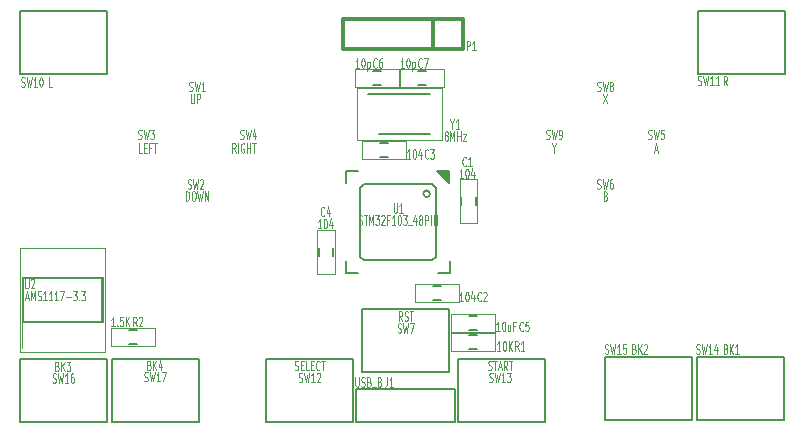
<source format=gto>
G04 (created by PCBNEW (22-Jun-2014 BZR 4027)-stable) date Wed 20 Dec 2017 04:57:12 PM CST*
%MOIN*%
G04 Gerber Fmt 3.4, Leading zero omitted, Abs format*
%FSLAX34Y34*%
G01*
G70*
G90*
G04 APERTURE LIST*
%ADD10C,0.00393701*%
%ADD11C,0.00472441*%
%ADD12C,0.0019685*%
%ADD13C,0.00590551*%
%ADD14C,0.012*%
%ADD15C,0.0059*%
%ADD16C,0.005*%
%ADD17C,0.00492126*%
G04 APERTURE END LIST*
G54D10*
G54D11*
X89462Y-71928D02*
X88966Y-71928D01*
X86777Y-71928D02*
X87273Y-71928D01*
G54D12*
X86702Y-70947D02*
X86702Y-74412D01*
X89537Y-70947D02*
X86702Y-70947D01*
X89537Y-74412D02*
X89537Y-70947D01*
X86702Y-74412D02*
X89537Y-74412D01*
G54D13*
X86801Y-73408D02*
X89438Y-73408D01*
G54D11*
X89462Y-73408D02*
X89462Y-71928D01*
G54D13*
X86801Y-73408D02*
X86801Y-71951D01*
G54D11*
X86777Y-74294D02*
X86777Y-71928D01*
G54D13*
X89438Y-73408D02*
X89438Y-71951D01*
X86801Y-71951D02*
X89438Y-71951D01*
G54D12*
X102528Y-74395D02*
X101071Y-74395D01*
X102528Y-73804D02*
X101071Y-73804D01*
X102528Y-74395D02*
X102528Y-73804D01*
X101071Y-74395D02*
X101071Y-73804D01*
G54D13*
X101937Y-74336D02*
X101662Y-74336D01*
X101662Y-73863D02*
X101937Y-73863D01*
G54D12*
X100767Y-67366D02*
X100767Y-65633D01*
X97932Y-67366D02*
X100767Y-67366D01*
X97932Y-65633D02*
X97932Y-67366D01*
X100767Y-65633D02*
X97932Y-65633D01*
G54D13*
X100373Y-67169D02*
X98680Y-67169D01*
X98306Y-65830D02*
X100373Y-65830D01*
G54D12*
X100828Y-65595D02*
X99371Y-65595D01*
X100828Y-65004D02*
X99371Y-65004D01*
X100828Y-65595D02*
X100828Y-65004D01*
X99371Y-65595D02*
X99371Y-65004D01*
G54D13*
X100237Y-65536D02*
X99962Y-65536D01*
X99962Y-65063D02*
X100237Y-65063D01*
G54D12*
X97871Y-65004D02*
X99328Y-65004D01*
X97871Y-65595D02*
X99328Y-65595D01*
X97871Y-65004D02*
X97871Y-65595D01*
X99328Y-65004D02*
X99328Y-65595D01*
G54D13*
X98462Y-65063D02*
X98737Y-65063D01*
X98737Y-65536D02*
X98462Y-65536D01*
G54D12*
X101071Y-73154D02*
X102528Y-73154D01*
X101071Y-73745D02*
X102528Y-73745D01*
X101071Y-73154D02*
X101071Y-73745D01*
X102528Y-73154D02*
X102528Y-73745D01*
G54D13*
X101662Y-73213D02*
X101937Y-73213D01*
X101937Y-73686D02*
X101662Y-73686D01*
G54D12*
X97195Y-70371D02*
X97195Y-71828D01*
X96604Y-70371D02*
X96604Y-71828D01*
X97195Y-70371D02*
X96604Y-70371D01*
X97195Y-71828D02*
X96604Y-71828D01*
G54D13*
X97136Y-70962D02*
X97136Y-71237D01*
X96663Y-71237D02*
X96663Y-70962D01*
G54D12*
X99568Y-67995D02*
X98111Y-67995D01*
X99568Y-67404D02*
X98111Y-67404D01*
X99568Y-67995D02*
X99568Y-67404D01*
X98111Y-67995D02*
X98111Y-67404D01*
G54D13*
X98977Y-67936D02*
X98702Y-67936D01*
X98702Y-67463D02*
X98977Y-67463D01*
G54D12*
X99871Y-72164D02*
X101328Y-72164D01*
X99871Y-72755D02*
X101328Y-72755D01*
X99871Y-72164D02*
X99871Y-72755D01*
X101328Y-72164D02*
X101328Y-72755D01*
G54D13*
X100462Y-72223D02*
X100737Y-72223D01*
X100737Y-72696D02*
X100462Y-72696D01*
G54D12*
X101945Y-68671D02*
X101945Y-70128D01*
X101354Y-68671D02*
X101354Y-70128D01*
X101945Y-68671D02*
X101354Y-68671D01*
X101945Y-70128D02*
X101354Y-70128D01*
G54D13*
X101886Y-69262D02*
X101886Y-69537D01*
X101413Y-69537D02*
X101413Y-69262D01*
X98100Y-73000D02*
X101000Y-73000D01*
X101000Y-73000D02*
X101000Y-75100D01*
X101000Y-75100D02*
X98100Y-75100D01*
X98100Y-75100D02*
X98100Y-73000D01*
X86700Y-63050D02*
X89600Y-63050D01*
X89600Y-63050D02*
X89600Y-65150D01*
X89600Y-65150D02*
X86700Y-65150D01*
X86700Y-65150D02*
X86700Y-63050D01*
X109300Y-63050D02*
X112200Y-63050D01*
X112200Y-63050D02*
X112200Y-65150D01*
X112200Y-65150D02*
X109300Y-65150D01*
X109300Y-65150D02*
X109300Y-63050D01*
X94900Y-74650D02*
X97800Y-74650D01*
X97800Y-74650D02*
X97800Y-76750D01*
X97800Y-76750D02*
X94900Y-76750D01*
X94900Y-76750D02*
X94900Y-74650D01*
X101300Y-74650D02*
X104200Y-74650D01*
X104200Y-74650D02*
X104200Y-76750D01*
X104200Y-76750D02*
X101300Y-76750D01*
X101300Y-76750D02*
X101300Y-74650D01*
X109250Y-74600D02*
X112150Y-74600D01*
X112150Y-74600D02*
X112150Y-76700D01*
X112150Y-76700D02*
X109250Y-76700D01*
X109250Y-76700D02*
X109250Y-74600D01*
X106200Y-74600D02*
X109100Y-74600D01*
X109100Y-74600D02*
X109100Y-76700D01*
X109100Y-76700D02*
X106200Y-76700D01*
X106200Y-76700D02*
X106200Y-74600D01*
X86700Y-74650D02*
X89600Y-74650D01*
X89600Y-74650D02*
X89600Y-76750D01*
X89600Y-76750D02*
X86700Y-76750D01*
X86700Y-76750D02*
X86700Y-74650D01*
X89750Y-74650D02*
X92650Y-74650D01*
X92650Y-74650D02*
X92650Y-76750D01*
X92650Y-76750D02*
X89750Y-76750D01*
X89750Y-76750D02*
X89750Y-74650D01*
X97900Y-75650D02*
X101200Y-75650D01*
X101200Y-75650D02*
X101200Y-76750D01*
X101200Y-76750D02*
X97900Y-76750D01*
X97900Y-76750D02*
X97900Y-75650D01*
G54D14*
X101480Y-64340D02*
X101480Y-64340D01*
X101480Y-63340D02*
X101480Y-64340D01*
X101480Y-64340D02*
X101480Y-64340D01*
X101480Y-64340D02*
X97480Y-64340D01*
X97480Y-64340D02*
X97480Y-63340D01*
X97480Y-63340D02*
X101480Y-63340D01*
X100480Y-63340D02*
X100480Y-64340D01*
G54D13*
X100402Y-68840D02*
X100441Y-68840D01*
X100441Y-68840D02*
X100559Y-68958D01*
X100559Y-68958D02*
X100559Y-71241D01*
X100559Y-71241D02*
X100441Y-71359D01*
X100441Y-71359D02*
X98158Y-71359D01*
X98158Y-71359D02*
X98040Y-71241D01*
X98040Y-71241D02*
X98040Y-68958D01*
X98040Y-68958D02*
X98158Y-68840D01*
X98158Y-68840D02*
X100402Y-68840D01*
G54D15*
X100992Y-68486D02*
X100913Y-68407D01*
X100835Y-68407D02*
X100992Y-68564D01*
X100992Y-68643D02*
X100756Y-68407D01*
X100677Y-68407D02*
X100992Y-68722D01*
X100598Y-68407D02*
X100992Y-68407D01*
X100992Y-68407D02*
X100992Y-68801D01*
X100992Y-68801D02*
X100598Y-68407D01*
X97567Y-68801D02*
X97567Y-68407D01*
X97567Y-68407D02*
X97961Y-68407D01*
X97961Y-71792D02*
X97567Y-71792D01*
X97567Y-71792D02*
X97567Y-71398D01*
X101032Y-71398D02*
X101032Y-71792D01*
X101032Y-71792D02*
X100638Y-71792D01*
G54D16*
X100361Y-69150D02*
G75*
G03X100361Y-69150I-111J0D01*
G74*
G01*
G54D12*
X89731Y-73624D02*
X91188Y-73624D01*
X89731Y-74215D02*
X91188Y-74215D01*
X89731Y-73624D02*
X89731Y-74215D01*
X91188Y-73624D02*
X91188Y-74215D01*
G54D13*
X90322Y-73683D02*
X90597Y-73683D01*
X90597Y-74156D02*
X90322Y-74156D01*
G54D17*
X86870Y-71992D02*
X86870Y-72247D01*
X86879Y-72277D01*
X86888Y-72292D01*
X86907Y-72307D01*
X86945Y-72307D01*
X86963Y-72292D01*
X86973Y-72277D01*
X86982Y-72247D01*
X86982Y-71992D01*
X87066Y-72022D02*
X87076Y-72007D01*
X87094Y-71992D01*
X87141Y-71992D01*
X87160Y-72007D01*
X87169Y-72022D01*
X87179Y-72052D01*
X87179Y-72082D01*
X87169Y-72127D01*
X87057Y-72307D01*
X87179Y-72307D01*
X86895Y-72617D02*
X86989Y-72617D01*
X86877Y-72707D02*
X86942Y-72392D01*
X87008Y-72707D01*
X87073Y-72707D02*
X87073Y-72392D01*
X87139Y-72617D01*
X87205Y-72392D01*
X87205Y-72707D01*
X87289Y-72692D02*
X87317Y-72707D01*
X87364Y-72707D01*
X87383Y-72692D01*
X87392Y-72677D01*
X87401Y-72647D01*
X87401Y-72617D01*
X87392Y-72587D01*
X87383Y-72572D01*
X87364Y-72557D01*
X87326Y-72542D01*
X87308Y-72527D01*
X87298Y-72512D01*
X87289Y-72482D01*
X87289Y-72452D01*
X87298Y-72422D01*
X87308Y-72407D01*
X87326Y-72392D01*
X87373Y-72392D01*
X87401Y-72407D01*
X87589Y-72707D02*
X87476Y-72707D01*
X87533Y-72707D02*
X87533Y-72392D01*
X87514Y-72437D01*
X87495Y-72467D01*
X87476Y-72482D01*
X87776Y-72707D02*
X87664Y-72707D01*
X87720Y-72707D02*
X87720Y-72392D01*
X87701Y-72437D01*
X87683Y-72467D01*
X87664Y-72482D01*
X87964Y-72707D02*
X87851Y-72707D01*
X87908Y-72707D02*
X87908Y-72392D01*
X87889Y-72437D01*
X87870Y-72467D01*
X87851Y-72482D01*
X88029Y-72392D02*
X88161Y-72392D01*
X88076Y-72707D01*
X88236Y-72587D02*
X88386Y-72587D01*
X88461Y-72392D02*
X88583Y-72392D01*
X88517Y-72512D01*
X88545Y-72512D01*
X88564Y-72527D01*
X88573Y-72542D01*
X88583Y-72572D01*
X88583Y-72647D01*
X88573Y-72677D01*
X88564Y-72692D01*
X88545Y-72707D01*
X88489Y-72707D01*
X88470Y-72692D01*
X88461Y-72677D01*
X88667Y-72677D02*
X88676Y-72692D01*
X88667Y-72707D01*
X88658Y-72692D01*
X88667Y-72677D01*
X88667Y-72707D01*
X88742Y-72392D02*
X88864Y-72392D01*
X88798Y-72512D01*
X88826Y-72512D01*
X88845Y-72527D01*
X88854Y-72542D01*
X88864Y-72572D01*
X88864Y-72647D01*
X88854Y-72677D01*
X88845Y-72692D01*
X88826Y-72707D01*
X88770Y-72707D01*
X88751Y-72692D01*
X88742Y-72677D01*
X103317Y-74377D02*
X103251Y-74227D01*
X103204Y-74377D02*
X103204Y-74062D01*
X103279Y-74062D01*
X103298Y-74077D01*
X103307Y-74092D01*
X103317Y-74122D01*
X103317Y-74167D01*
X103307Y-74197D01*
X103298Y-74212D01*
X103279Y-74227D01*
X103204Y-74227D01*
X103504Y-74377D02*
X103392Y-74377D01*
X103448Y-74377D02*
X103448Y-74062D01*
X103429Y-74107D01*
X103410Y-74137D01*
X103392Y-74152D01*
X102714Y-74377D02*
X102601Y-74377D01*
X102657Y-74377D02*
X102657Y-74062D01*
X102639Y-74107D01*
X102620Y-74137D01*
X102601Y-74152D01*
X102835Y-74062D02*
X102854Y-74062D01*
X102873Y-74077D01*
X102882Y-74092D01*
X102892Y-74122D01*
X102901Y-74182D01*
X102901Y-74257D01*
X102892Y-74317D01*
X102882Y-74347D01*
X102873Y-74362D01*
X102854Y-74377D01*
X102835Y-74377D01*
X102817Y-74362D01*
X102807Y-74347D01*
X102798Y-74317D01*
X102789Y-74257D01*
X102789Y-74182D01*
X102798Y-74122D01*
X102807Y-74092D01*
X102817Y-74077D01*
X102835Y-74062D01*
X102985Y-74377D02*
X102985Y-74062D01*
X103098Y-74377D02*
X103014Y-74197D01*
X103098Y-74062D02*
X102985Y-74242D01*
X92337Y-65712D02*
X92365Y-65727D01*
X92412Y-65727D01*
X92431Y-65712D01*
X92440Y-65697D01*
X92450Y-65667D01*
X92450Y-65637D01*
X92440Y-65607D01*
X92431Y-65592D01*
X92412Y-65577D01*
X92375Y-65562D01*
X92356Y-65547D01*
X92346Y-65532D01*
X92337Y-65502D01*
X92337Y-65472D01*
X92346Y-65442D01*
X92356Y-65427D01*
X92375Y-65412D01*
X92421Y-65412D01*
X92450Y-65427D01*
X92515Y-65412D02*
X92562Y-65727D01*
X92600Y-65502D01*
X92637Y-65727D01*
X92684Y-65412D01*
X92862Y-65727D02*
X92749Y-65727D01*
X92806Y-65727D02*
X92806Y-65412D01*
X92787Y-65457D01*
X92768Y-65487D01*
X92749Y-65502D01*
X92395Y-65812D02*
X92395Y-66067D01*
X92404Y-66097D01*
X92414Y-66112D01*
X92432Y-66127D01*
X92470Y-66127D01*
X92489Y-66112D01*
X92498Y-66097D01*
X92507Y-66067D01*
X92507Y-65812D01*
X92601Y-66127D02*
X92601Y-65812D01*
X92676Y-65812D01*
X92695Y-65827D01*
X92704Y-65842D01*
X92714Y-65872D01*
X92714Y-65917D01*
X92704Y-65947D01*
X92695Y-65962D01*
X92676Y-65977D01*
X92601Y-65977D01*
X105937Y-65712D02*
X105965Y-65727D01*
X106012Y-65727D01*
X106031Y-65712D01*
X106040Y-65697D01*
X106050Y-65667D01*
X106050Y-65637D01*
X106040Y-65607D01*
X106031Y-65592D01*
X106012Y-65577D01*
X105975Y-65562D01*
X105956Y-65547D01*
X105946Y-65532D01*
X105937Y-65502D01*
X105937Y-65472D01*
X105946Y-65442D01*
X105956Y-65427D01*
X105975Y-65412D01*
X106021Y-65412D01*
X106050Y-65427D01*
X106115Y-65412D02*
X106162Y-65727D01*
X106200Y-65502D01*
X106237Y-65727D01*
X106284Y-65412D01*
X106387Y-65547D02*
X106368Y-65532D01*
X106359Y-65517D01*
X106349Y-65487D01*
X106349Y-65472D01*
X106359Y-65442D01*
X106368Y-65427D01*
X106387Y-65412D01*
X106424Y-65412D01*
X106443Y-65427D01*
X106453Y-65442D01*
X106462Y-65472D01*
X106462Y-65487D01*
X106453Y-65517D01*
X106443Y-65532D01*
X106424Y-65547D01*
X106387Y-65547D01*
X106368Y-65562D01*
X106359Y-65577D01*
X106349Y-65607D01*
X106349Y-65667D01*
X106359Y-65697D01*
X106368Y-65712D01*
X106387Y-65727D01*
X106424Y-65727D01*
X106443Y-65712D01*
X106453Y-65697D01*
X106462Y-65667D01*
X106462Y-65607D01*
X106453Y-65577D01*
X106443Y-65562D01*
X106424Y-65547D01*
X106134Y-65812D02*
X106265Y-66127D01*
X106265Y-65812D02*
X106134Y-66127D01*
X105937Y-68962D02*
X105965Y-68977D01*
X106012Y-68977D01*
X106031Y-68962D01*
X106040Y-68947D01*
X106050Y-68917D01*
X106050Y-68887D01*
X106040Y-68857D01*
X106031Y-68842D01*
X106012Y-68827D01*
X105975Y-68812D01*
X105956Y-68797D01*
X105946Y-68782D01*
X105937Y-68752D01*
X105937Y-68722D01*
X105946Y-68692D01*
X105956Y-68677D01*
X105975Y-68662D01*
X106021Y-68662D01*
X106050Y-68677D01*
X106115Y-68662D02*
X106162Y-68977D01*
X106200Y-68752D01*
X106237Y-68977D01*
X106284Y-68662D01*
X106443Y-68662D02*
X106406Y-68662D01*
X106387Y-68677D01*
X106378Y-68692D01*
X106359Y-68737D01*
X106349Y-68797D01*
X106349Y-68917D01*
X106359Y-68947D01*
X106368Y-68962D01*
X106387Y-68977D01*
X106424Y-68977D01*
X106443Y-68962D01*
X106453Y-68947D01*
X106462Y-68917D01*
X106462Y-68842D01*
X106453Y-68812D01*
X106443Y-68797D01*
X106424Y-68782D01*
X106387Y-68782D01*
X106368Y-68797D01*
X106359Y-68812D01*
X106349Y-68842D01*
X106214Y-69212D02*
X106242Y-69227D01*
X106251Y-69242D01*
X106260Y-69272D01*
X106260Y-69317D01*
X106251Y-69347D01*
X106242Y-69362D01*
X106223Y-69377D01*
X106148Y-69377D01*
X106148Y-69062D01*
X106214Y-69062D01*
X106232Y-69077D01*
X106242Y-69092D01*
X106251Y-69122D01*
X106251Y-69152D01*
X106242Y-69182D01*
X106232Y-69197D01*
X106214Y-69212D01*
X106148Y-69212D01*
X92287Y-68962D02*
X92315Y-68977D01*
X92362Y-68977D01*
X92381Y-68962D01*
X92390Y-68947D01*
X92400Y-68917D01*
X92400Y-68887D01*
X92390Y-68857D01*
X92381Y-68842D01*
X92362Y-68827D01*
X92325Y-68812D01*
X92306Y-68797D01*
X92296Y-68782D01*
X92287Y-68752D01*
X92287Y-68722D01*
X92296Y-68692D01*
X92306Y-68677D01*
X92325Y-68662D01*
X92371Y-68662D01*
X92400Y-68677D01*
X92465Y-68662D02*
X92512Y-68977D01*
X92550Y-68752D01*
X92587Y-68977D01*
X92634Y-68662D01*
X92699Y-68692D02*
X92709Y-68677D01*
X92728Y-68662D01*
X92774Y-68662D01*
X92793Y-68677D01*
X92803Y-68692D01*
X92812Y-68722D01*
X92812Y-68752D01*
X92803Y-68797D01*
X92690Y-68977D01*
X92812Y-68977D01*
X92229Y-69377D02*
X92229Y-69062D01*
X92276Y-69062D01*
X92304Y-69077D01*
X92323Y-69107D01*
X92332Y-69137D01*
X92342Y-69197D01*
X92342Y-69242D01*
X92332Y-69302D01*
X92323Y-69332D01*
X92304Y-69362D01*
X92276Y-69377D01*
X92229Y-69377D01*
X92464Y-69062D02*
X92501Y-69062D01*
X92520Y-69077D01*
X92539Y-69107D01*
X92548Y-69167D01*
X92548Y-69272D01*
X92539Y-69332D01*
X92520Y-69362D01*
X92501Y-69377D01*
X92464Y-69377D01*
X92445Y-69362D01*
X92426Y-69332D01*
X92417Y-69272D01*
X92417Y-69167D01*
X92426Y-69107D01*
X92445Y-69077D01*
X92464Y-69062D01*
X92614Y-69062D02*
X92660Y-69377D01*
X92698Y-69152D01*
X92735Y-69377D01*
X92782Y-69062D01*
X92857Y-69377D02*
X92857Y-69062D01*
X92970Y-69377D01*
X92970Y-69062D01*
X107637Y-67312D02*
X107665Y-67327D01*
X107712Y-67327D01*
X107731Y-67312D01*
X107740Y-67297D01*
X107750Y-67267D01*
X107750Y-67237D01*
X107740Y-67207D01*
X107731Y-67192D01*
X107712Y-67177D01*
X107675Y-67162D01*
X107656Y-67147D01*
X107646Y-67132D01*
X107637Y-67102D01*
X107637Y-67072D01*
X107646Y-67042D01*
X107656Y-67027D01*
X107675Y-67012D01*
X107721Y-67012D01*
X107750Y-67027D01*
X107815Y-67012D02*
X107862Y-67327D01*
X107900Y-67102D01*
X107937Y-67327D01*
X107984Y-67012D01*
X108153Y-67012D02*
X108059Y-67012D01*
X108049Y-67162D01*
X108059Y-67147D01*
X108078Y-67132D01*
X108124Y-67132D01*
X108143Y-67147D01*
X108153Y-67162D01*
X108162Y-67192D01*
X108162Y-67267D01*
X108153Y-67297D01*
X108143Y-67312D01*
X108124Y-67327D01*
X108078Y-67327D01*
X108059Y-67312D01*
X108049Y-67297D01*
X107853Y-67687D02*
X107946Y-67687D01*
X107834Y-67777D02*
X107900Y-67462D01*
X107965Y-67777D01*
X94037Y-67312D02*
X94065Y-67327D01*
X94112Y-67327D01*
X94131Y-67312D01*
X94140Y-67297D01*
X94150Y-67267D01*
X94150Y-67237D01*
X94140Y-67207D01*
X94131Y-67192D01*
X94112Y-67177D01*
X94075Y-67162D01*
X94056Y-67147D01*
X94046Y-67132D01*
X94037Y-67102D01*
X94037Y-67072D01*
X94046Y-67042D01*
X94056Y-67027D01*
X94075Y-67012D01*
X94121Y-67012D01*
X94150Y-67027D01*
X94215Y-67012D02*
X94262Y-67327D01*
X94300Y-67102D01*
X94337Y-67327D01*
X94384Y-67012D01*
X94543Y-67117D02*
X94543Y-67327D01*
X94496Y-66997D02*
X94449Y-67222D01*
X94571Y-67222D01*
X93887Y-67777D02*
X93821Y-67627D01*
X93775Y-67777D02*
X93775Y-67462D01*
X93850Y-67462D01*
X93868Y-67477D01*
X93878Y-67492D01*
X93887Y-67522D01*
X93887Y-67567D01*
X93878Y-67597D01*
X93868Y-67612D01*
X93850Y-67627D01*
X93775Y-67627D01*
X93971Y-67777D02*
X93971Y-67462D01*
X94168Y-67477D02*
X94150Y-67462D01*
X94121Y-67462D01*
X94093Y-67477D01*
X94075Y-67507D01*
X94065Y-67537D01*
X94056Y-67597D01*
X94056Y-67642D01*
X94065Y-67702D01*
X94075Y-67732D01*
X94093Y-67762D01*
X94121Y-67777D01*
X94140Y-67777D01*
X94168Y-67762D01*
X94178Y-67747D01*
X94178Y-67642D01*
X94140Y-67642D01*
X94262Y-67777D02*
X94262Y-67462D01*
X94262Y-67612D02*
X94374Y-67612D01*
X94374Y-67777D02*
X94374Y-67462D01*
X94440Y-67462D02*
X94553Y-67462D01*
X94496Y-67777D02*
X94496Y-67462D01*
X90637Y-67312D02*
X90665Y-67327D01*
X90712Y-67327D01*
X90731Y-67312D01*
X90740Y-67297D01*
X90750Y-67267D01*
X90750Y-67237D01*
X90740Y-67207D01*
X90731Y-67192D01*
X90712Y-67177D01*
X90675Y-67162D01*
X90656Y-67147D01*
X90646Y-67132D01*
X90637Y-67102D01*
X90637Y-67072D01*
X90646Y-67042D01*
X90656Y-67027D01*
X90675Y-67012D01*
X90721Y-67012D01*
X90750Y-67027D01*
X90815Y-67012D02*
X90862Y-67327D01*
X90900Y-67102D01*
X90937Y-67327D01*
X90984Y-67012D01*
X91040Y-67012D02*
X91162Y-67012D01*
X91096Y-67132D01*
X91124Y-67132D01*
X91143Y-67147D01*
X91153Y-67162D01*
X91162Y-67192D01*
X91162Y-67267D01*
X91153Y-67297D01*
X91143Y-67312D01*
X91124Y-67327D01*
X91068Y-67327D01*
X91049Y-67312D01*
X91040Y-67297D01*
X90762Y-67777D02*
X90668Y-67777D01*
X90668Y-67462D01*
X90828Y-67612D02*
X90893Y-67612D01*
X90921Y-67777D02*
X90828Y-67777D01*
X90828Y-67462D01*
X90921Y-67462D01*
X91071Y-67612D02*
X91006Y-67612D01*
X91006Y-67777D02*
X91006Y-67462D01*
X91099Y-67462D01*
X91146Y-67462D02*
X91259Y-67462D01*
X91203Y-67777D02*
X91203Y-67462D01*
X104237Y-67312D02*
X104265Y-67327D01*
X104312Y-67327D01*
X104331Y-67312D01*
X104340Y-67297D01*
X104350Y-67267D01*
X104350Y-67237D01*
X104340Y-67207D01*
X104331Y-67192D01*
X104312Y-67177D01*
X104275Y-67162D01*
X104256Y-67147D01*
X104246Y-67132D01*
X104237Y-67102D01*
X104237Y-67072D01*
X104246Y-67042D01*
X104256Y-67027D01*
X104275Y-67012D01*
X104321Y-67012D01*
X104350Y-67027D01*
X104415Y-67012D02*
X104462Y-67327D01*
X104500Y-67102D01*
X104537Y-67327D01*
X104584Y-67012D01*
X104668Y-67327D02*
X104706Y-67327D01*
X104724Y-67312D01*
X104734Y-67297D01*
X104753Y-67252D01*
X104762Y-67192D01*
X104762Y-67072D01*
X104753Y-67042D01*
X104743Y-67027D01*
X104724Y-67012D01*
X104687Y-67012D01*
X104668Y-67027D01*
X104659Y-67042D01*
X104649Y-67072D01*
X104649Y-67147D01*
X104659Y-67177D01*
X104668Y-67192D01*
X104687Y-67207D01*
X104724Y-67207D01*
X104743Y-67192D01*
X104753Y-67177D01*
X104762Y-67147D01*
X104500Y-67627D02*
X104500Y-67777D01*
X104434Y-67462D02*
X104500Y-67627D01*
X104565Y-67462D01*
X101106Y-66827D02*
X101106Y-66977D01*
X101040Y-66662D02*
X101106Y-66827D01*
X101171Y-66662D01*
X101340Y-66977D02*
X101228Y-66977D01*
X101284Y-66977D02*
X101284Y-66662D01*
X101265Y-66707D01*
X101246Y-66737D01*
X101228Y-66752D01*
X100885Y-67197D02*
X100867Y-67182D01*
X100857Y-67167D01*
X100848Y-67137D01*
X100848Y-67122D01*
X100857Y-67092D01*
X100867Y-67077D01*
X100885Y-67062D01*
X100923Y-67062D01*
X100942Y-67077D01*
X100951Y-67092D01*
X100960Y-67122D01*
X100960Y-67137D01*
X100951Y-67167D01*
X100942Y-67182D01*
X100923Y-67197D01*
X100885Y-67197D01*
X100867Y-67212D01*
X100857Y-67227D01*
X100848Y-67257D01*
X100848Y-67317D01*
X100857Y-67347D01*
X100867Y-67362D01*
X100885Y-67377D01*
X100923Y-67377D01*
X100942Y-67362D01*
X100951Y-67347D01*
X100960Y-67317D01*
X100960Y-67257D01*
X100951Y-67227D01*
X100942Y-67212D01*
X100923Y-67197D01*
X101045Y-67377D02*
X101045Y-67062D01*
X101110Y-67287D01*
X101176Y-67062D01*
X101176Y-67377D01*
X101270Y-67377D02*
X101270Y-67062D01*
X101270Y-67212D02*
X101382Y-67212D01*
X101382Y-67377D02*
X101382Y-67062D01*
X101457Y-67167D02*
X101560Y-67167D01*
X101457Y-67377D01*
X101560Y-67377D01*
X100092Y-64922D02*
X100082Y-64937D01*
X100054Y-64952D01*
X100035Y-64952D01*
X100007Y-64937D01*
X99989Y-64907D01*
X99979Y-64877D01*
X99970Y-64817D01*
X99970Y-64772D01*
X99979Y-64712D01*
X99989Y-64682D01*
X100007Y-64652D01*
X100035Y-64637D01*
X100054Y-64637D01*
X100082Y-64652D01*
X100092Y-64667D01*
X100157Y-64637D02*
X100289Y-64637D01*
X100204Y-64952D01*
X99498Y-64952D02*
X99385Y-64952D01*
X99442Y-64952D02*
X99442Y-64637D01*
X99423Y-64682D01*
X99404Y-64712D01*
X99385Y-64727D01*
X99620Y-64637D02*
X99639Y-64637D01*
X99657Y-64652D01*
X99667Y-64667D01*
X99676Y-64697D01*
X99685Y-64757D01*
X99685Y-64832D01*
X99676Y-64892D01*
X99667Y-64922D01*
X99657Y-64937D01*
X99639Y-64952D01*
X99620Y-64952D01*
X99601Y-64937D01*
X99592Y-64922D01*
X99582Y-64892D01*
X99573Y-64832D01*
X99573Y-64757D01*
X99582Y-64697D01*
X99592Y-64667D01*
X99601Y-64652D01*
X99620Y-64637D01*
X99770Y-64742D02*
X99770Y-65057D01*
X99770Y-64757D02*
X99789Y-64742D01*
X99826Y-64742D01*
X99845Y-64757D01*
X99854Y-64772D01*
X99864Y-64802D01*
X99864Y-64892D01*
X99854Y-64922D01*
X99845Y-64937D01*
X99826Y-64952D01*
X99789Y-64952D01*
X99770Y-64937D01*
X98592Y-64922D02*
X98582Y-64937D01*
X98554Y-64952D01*
X98535Y-64952D01*
X98507Y-64937D01*
X98489Y-64907D01*
X98479Y-64877D01*
X98470Y-64817D01*
X98470Y-64772D01*
X98479Y-64712D01*
X98489Y-64682D01*
X98507Y-64652D01*
X98535Y-64637D01*
X98554Y-64637D01*
X98582Y-64652D01*
X98592Y-64667D01*
X98760Y-64637D02*
X98723Y-64637D01*
X98704Y-64652D01*
X98695Y-64667D01*
X98676Y-64712D01*
X98667Y-64772D01*
X98667Y-64892D01*
X98676Y-64922D01*
X98685Y-64937D01*
X98704Y-64952D01*
X98742Y-64952D01*
X98760Y-64937D01*
X98770Y-64922D01*
X98779Y-64892D01*
X98779Y-64817D01*
X98770Y-64787D01*
X98760Y-64772D01*
X98742Y-64757D01*
X98704Y-64757D01*
X98685Y-64772D01*
X98676Y-64787D01*
X98667Y-64817D01*
X97998Y-64952D02*
X97885Y-64952D01*
X97942Y-64952D02*
X97942Y-64637D01*
X97923Y-64682D01*
X97904Y-64712D01*
X97885Y-64727D01*
X98120Y-64637D02*
X98139Y-64637D01*
X98157Y-64652D01*
X98167Y-64667D01*
X98176Y-64697D01*
X98185Y-64757D01*
X98185Y-64832D01*
X98176Y-64892D01*
X98167Y-64922D01*
X98157Y-64937D01*
X98139Y-64952D01*
X98120Y-64952D01*
X98101Y-64937D01*
X98092Y-64922D01*
X98082Y-64892D01*
X98073Y-64832D01*
X98073Y-64757D01*
X98082Y-64697D01*
X98092Y-64667D01*
X98101Y-64652D01*
X98120Y-64637D01*
X98270Y-64742D02*
X98270Y-65057D01*
X98270Y-64757D02*
X98289Y-64742D01*
X98326Y-64742D01*
X98345Y-64757D01*
X98354Y-64772D01*
X98364Y-64802D01*
X98364Y-64892D01*
X98354Y-64922D01*
X98345Y-64937D01*
X98326Y-64952D01*
X98289Y-64952D01*
X98270Y-64937D01*
X103467Y-73697D02*
X103457Y-73712D01*
X103429Y-73727D01*
X103410Y-73727D01*
X103382Y-73712D01*
X103364Y-73682D01*
X103354Y-73652D01*
X103345Y-73592D01*
X103345Y-73547D01*
X103354Y-73487D01*
X103364Y-73457D01*
X103382Y-73427D01*
X103410Y-73412D01*
X103429Y-73412D01*
X103457Y-73427D01*
X103467Y-73442D01*
X103645Y-73412D02*
X103551Y-73412D01*
X103542Y-73562D01*
X103551Y-73547D01*
X103570Y-73532D01*
X103617Y-73532D01*
X103635Y-73547D01*
X103645Y-73562D01*
X103654Y-73592D01*
X103654Y-73667D01*
X103645Y-73697D01*
X103635Y-73712D01*
X103617Y-73727D01*
X103570Y-73727D01*
X103551Y-73712D01*
X103542Y-73697D01*
X102689Y-73727D02*
X102576Y-73727D01*
X102632Y-73727D02*
X102632Y-73412D01*
X102614Y-73457D01*
X102595Y-73487D01*
X102576Y-73502D01*
X102810Y-73412D02*
X102829Y-73412D01*
X102848Y-73427D01*
X102857Y-73442D01*
X102867Y-73472D01*
X102876Y-73532D01*
X102876Y-73607D01*
X102867Y-73667D01*
X102857Y-73697D01*
X102848Y-73712D01*
X102829Y-73727D01*
X102810Y-73727D01*
X102792Y-73712D01*
X102782Y-73697D01*
X102773Y-73667D01*
X102764Y-73607D01*
X102764Y-73532D01*
X102773Y-73472D01*
X102782Y-73442D01*
X102792Y-73427D01*
X102810Y-73412D01*
X103045Y-73517D02*
X103045Y-73727D01*
X102960Y-73517D02*
X102960Y-73682D01*
X102970Y-73712D01*
X102989Y-73727D01*
X103017Y-73727D01*
X103035Y-73712D01*
X103045Y-73697D01*
X103204Y-73562D02*
X103139Y-73562D01*
X103139Y-73727D02*
X103139Y-73412D01*
X103232Y-73412D01*
X96842Y-69872D02*
X96832Y-69887D01*
X96804Y-69902D01*
X96785Y-69902D01*
X96757Y-69887D01*
X96739Y-69857D01*
X96729Y-69827D01*
X96720Y-69767D01*
X96720Y-69722D01*
X96729Y-69662D01*
X96739Y-69632D01*
X96757Y-69602D01*
X96785Y-69587D01*
X96804Y-69587D01*
X96832Y-69602D01*
X96842Y-69617D01*
X97010Y-69692D02*
X97010Y-69902D01*
X96964Y-69572D02*
X96917Y-69797D01*
X97039Y-69797D01*
X96743Y-70302D02*
X96631Y-70302D01*
X96687Y-70302D02*
X96687Y-69987D01*
X96668Y-70032D01*
X96650Y-70062D01*
X96631Y-70077D01*
X96865Y-69987D02*
X96884Y-69987D01*
X96903Y-70002D01*
X96912Y-70017D01*
X96921Y-70047D01*
X96931Y-70107D01*
X96931Y-70182D01*
X96921Y-70242D01*
X96912Y-70272D01*
X96903Y-70287D01*
X96884Y-70302D01*
X96865Y-70302D01*
X96846Y-70287D01*
X96837Y-70272D01*
X96828Y-70242D01*
X96818Y-70182D01*
X96818Y-70107D01*
X96828Y-70047D01*
X96837Y-70017D01*
X96846Y-70002D01*
X96865Y-69987D01*
X97099Y-70092D02*
X97099Y-70302D01*
X97053Y-69972D02*
X97006Y-70197D01*
X97128Y-70197D01*
X100307Y-67947D02*
X100297Y-67962D01*
X100269Y-67977D01*
X100250Y-67977D01*
X100222Y-67962D01*
X100204Y-67932D01*
X100194Y-67902D01*
X100185Y-67842D01*
X100185Y-67797D01*
X100194Y-67737D01*
X100204Y-67707D01*
X100222Y-67677D01*
X100250Y-67662D01*
X100269Y-67662D01*
X100297Y-67677D01*
X100307Y-67692D01*
X100372Y-67662D02*
X100494Y-67662D01*
X100429Y-67782D01*
X100457Y-67782D01*
X100475Y-67797D01*
X100485Y-67812D01*
X100494Y-67842D01*
X100494Y-67917D01*
X100485Y-67947D01*
X100475Y-67962D01*
X100457Y-67977D01*
X100400Y-67977D01*
X100382Y-67962D01*
X100372Y-67947D01*
X99708Y-67977D02*
X99596Y-67977D01*
X99652Y-67977D02*
X99652Y-67662D01*
X99633Y-67707D01*
X99615Y-67737D01*
X99596Y-67752D01*
X99830Y-67662D02*
X99849Y-67662D01*
X99868Y-67677D01*
X99877Y-67692D01*
X99886Y-67722D01*
X99896Y-67782D01*
X99896Y-67857D01*
X99886Y-67917D01*
X99877Y-67947D01*
X99868Y-67962D01*
X99849Y-67977D01*
X99830Y-67977D01*
X99811Y-67962D01*
X99802Y-67947D01*
X99793Y-67917D01*
X99783Y-67857D01*
X99783Y-67782D01*
X99793Y-67722D01*
X99802Y-67692D01*
X99811Y-67677D01*
X99830Y-67662D01*
X100064Y-67767D02*
X100064Y-67977D01*
X100018Y-67647D02*
X99971Y-67872D01*
X100093Y-67872D01*
X102067Y-72707D02*
X102057Y-72722D01*
X102029Y-72737D01*
X102010Y-72737D01*
X101982Y-72722D01*
X101964Y-72692D01*
X101954Y-72662D01*
X101945Y-72602D01*
X101945Y-72557D01*
X101954Y-72497D01*
X101964Y-72467D01*
X101982Y-72437D01*
X102010Y-72422D01*
X102029Y-72422D01*
X102057Y-72437D01*
X102067Y-72452D01*
X102142Y-72452D02*
X102151Y-72437D01*
X102170Y-72422D01*
X102217Y-72422D01*
X102235Y-72437D01*
X102245Y-72452D01*
X102254Y-72482D01*
X102254Y-72512D01*
X102245Y-72557D01*
X102132Y-72737D01*
X102254Y-72737D01*
X101468Y-72737D02*
X101356Y-72737D01*
X101412Y-72737D02*
X101412Y-72422D01*
X101393Y-72467D01*
X101375Y-72497D01*
X101356Y-72512D01*
X101590Y-72422D02*
X101609Y-72422D01*
X101628Y-72437D01*
X101637Y-72452D01*
X101646Y-72482D01*
X101656Y-72542D01*
X101656Y-72617D01*
X101646Y-72677D01*
X101637Y-72707D01*
X101628Y-72722D01*
X101609Y-72737D01*
X101590Y-72737D01*
X101571Y-72722D01*
X101562Y-72707D01*
X101553Y-72677D01*
X101543Y-72617D01*
X101543Y-72542D01*
X101553Y-72482D01*
X101562Y-72452D01*
X101571Y-72437D01*
X101590Y-72422D01*
X101824Y-72527D02*
X101824Y-72737D01*
X101778Y-72407D02*
X101731Y-72632D01*
X101853Y-72632D01*
X101567Y-68197D02*
X101557Y-68212D01*
X101529Y-68227D01*
X101510Y-68227D01*
X101482Y-68212D01*
X101464Y-68182D01*
X101454Y-68152D01*
X101445Y-68092D01*
X101445Y-68047D01*
X101454Y-67987D01*
X101464Y-67957D01*
X101482Y-67927D01*
X101510Y-67912D01*
X101529Y-67912D01*
X101557Y-67927D01*
X101567Y-67942D01*
X101754Y-68227D02*
X101642Y-68227D01*
X101698Y-68227D02*
X101698Y-67912D01*
X101679Y-67957D01*
X101660Y-67987D01*
X101642Y-68002D01*
X101468Y-68627D02*
X101356Y-68627D01*
X101412Y-68627D02*
X101412Y-68312D01*
X101393Y-68357D01*
X101375Y-68387D01*
X101356Y-68402D01*
X101590Y-68312D02*
X101609Y-68312D01*
X101628Y-68327D01*
X101637Y-68342D01*
X101646Y-68372D01*
X101656Y-68432D01*
X101656Y-68507D01*
X101646Y-68567D01*
X101637Y-68597D01*
X101628Y-68612D01*
X101609Y-68627D01*
X101590Y-68627D01*
X101571Y-68612D01*
X101562Y-68597D01*
X101553Y-68567D01*
X101543Y-68507D01*
X101543Y-68432D01*
X101553Y-68372D01*
X101562Y-68342D01*
X101571Y-68327D01*
X101590Y-68312D01*
X101824Y-68417D02*
X101824Y-68627D01*
X101778Y-68297D02*
X101731Y-68522D01*
X101853Y-68522D01*
X99287Y-73762D02*
X99315Y-73777D01*
X99362Y-73777D01*
X99381Y-73762D01*
X99390Y-73747D01*
X99400Y-73717D01*
X99400Y-73687D01*
X99390Y-73657D01*
X99381Y-73642D01*
X99362Y-73627D01*
X99325Y-73612D01*
X99306Y-73597D01*
X99296Y-73582D01*
X99287Y-73552D01*
X99287Y-73522D01*
X99296Y-73492D01*
X99306Y-73477D01*
X99325Y-73462D01*
X99371Y-73462D01*
X99400Y-73477D01*
X99465Y-73462D02*
X99512Y-73777D01*
X99550Y-73552D01*
X99587Y-73777D01*
X99634Y-73462D01*
X99690Y-73462D02*
X99821Y-73462D01*
X99737Y-73777D01*
X99442Y-73377D02*
X99376Y-73227D01*
X99329Y-73377D02*
X99329Y-73062D01*
X99404Y-73062D01*
X99423Y-73077D01*
X99432Y-73092D01*
X99442Y-73122D01*
X99442Y-73167D01*
X99432Y-73197D01*
X99423Y-73212D01*
X99404Y-73227D01*
X99329Y-73227D01*
X99517Y-73362D02*
X99545Y-73377D01*
X99592Y-73377D01*
X99610Y-73362D01*
X99620Y-73347D01*
X99629Y-73317D01*
X99629Y-73287D01*
X99620Y-73257D01*
X99610Y-73242D01*
X99592Y-73227D01*
X99554Y-73212D01*
X99535Y-73197D01*
X99526Y-73182D01*
X99517Y-73152D01*
X99517Y-73122D01*
X99526Y-73092D01*
X99535Y-73077D01*
X99554Y-73062D01*
X99601Y-73062D01*
X99629Y-73077D01*
X99685Y-73062D02*
X99798Y-73062D01*
X99742Y-73377D02*
X99742Y-73062D01*
X86743Y-65562D02*
X86771Y-65577D01*
X86818Y-65577D01*
X86837Y-65562D01*
X86846Y-65547D01*
X86856Y-65517D01*
X86856Y-65487D01*
X86846Y-65457D01*
X86837Y-65442D01*
X86818Y-65427D01*
X86781Y-65412D01*
X86762Y-65397D01*
X86753Y-65382D01*
X86743Y-65352D01*
X86743Y-65322D01*
X86753Y-65292D01*
X86762Y-65277D01*
X86781Y-65262D01*
X86828Y-65262D01*
X86856Y-65277D01*
X86921Y-65262D02*
X86968Y-65577D01*
X87006Y-65352D01*
X87043Y-65577D01*
X87090Y-65262D01*
X87268Y-65577D02*
X87156Y-65577D01*
X87212Y-65577D02*
X87212Y-65262D01*
X87193Y-65307D01*
X87174Y-65337D01*
X87156Y-65352D01*
X87390Y-65262D02*
X87409Y-65262D01*
X87428Y-65277D01*
X87437Y-65292D01*
X87446Y-65322D01*
X87456Y-65382D01*
X87456Y-65457D01*
X87446Y-65517D01*
X87437Y-65547D01*
X87428Y-65562D01*
X87409Y-65577D01*
X87390Y-65577D01*
X87371Y-65562D01*
X87362Y-65547D01*
X87353Y-65517D01*
X87343Y-65457D01*
X87343Y-65382D01*
X87353Y-65322D01*
X87362Y-65292D01*
X87371Y-65277D01*
X87390Y-65262D01*
X87760Y-65577D02*
X87667Y-65577D01*
X87667Y-65262D01*
X109293Y-65512D02*
X109321Y-65527D01*
X109368Y-65527D01*
X109387Y-65512D01*
X109396Y-65497D01*
X109406Y-65467D01*
X109406Y-65437D01*
X109396Y-65407D01*
X109387Y-65392D01*
X109368Y-65377D01*
X109331Y-65362D01*
X109312Y-65347D01*
X109303Y-65332D01*
X109293Y-65302D01*
X109293Y-65272D01*
X109303Y-65242D01*
X109312Y-65227D01*
X109331Y-65212D01*
X109378Y-65212D01*
X109406Y-65227D01*
X109471Y-65212D02*
X109518Y-65527D01*
X109556Y-65302D01*
X109593Y-65527D01*
X109640Y-65212D01*
X109818Y-65527D02*
X109706Y-65527D01*
X109762Y-65527D02*
X109762Y-65212D01*
X109743Y-65257D01*
X109724Y-65287D01*
X109706Y-65302D01*
X110006Y-65527D02*
X109893Y-65527D01*
X109949Y-65527D02*
X109949Y-65212D01*
X109931Y-65257D01*
X109912Y-65287D01*
X109893Y-65302D01*
X110260Y-65527D02*
X110195Y-65377D01*
X110148Y-65527D02*
X110148Y-65212D01*
X110223Y-65212D01*
X110242Y-65227D01*
X110251Y-65242D01*
X110260Y-65272D01*
X110260Y-65317D01*
X110251Y-65347D01*
X110242Y-65362D01*
X110223Y-65377D01*
X110148Y-65377D01*
X95993Y-75412D02*
X96021Y-75427D01*
X96068Y-75427D01*
X96087Y-75412D01*
X96096Y-75397D01*
X96106Y-75367D01*
X96106Y-75337D01*
X96096Y-75307D01*
X96087Y-75292D01*
X96068Y-75277D01*
X96031Y-75262D01*
X96012Y-75247D01*
X96003Y-75232D01*
X95993Y-75202D01*
X95993Y-75172D01*
X96003Y-75142D01*
X96012Y-75127D01*
X96031Y-75112D01*
X96078Y-75112D01*
X96106Y-75127D01*
X96171Y-75112D02*
X96218Y-75427D01*
X96256Y-75202D01*
X96293Y-75427D01*
X96340Y-75112D01*
X96518Y-75427D02*
X96406Y-75427D01*
X96462Y-75427D02*
X96462Y-75112D01*
X96443Y-75157D01*
X96424Y-75187D01*
X96406Y-75202D01*
X96593Y-75142D02*
X96603Y-75127D01*
X96621Y-75112D01*
X96668Y-75112D01*
X96687Y-75127D01*
X96696Y-75142D01*
X96706Y-75172D01*
X96706Y-75202D01*
X96696Y-75247D01*
X96584Y-75427D01*
X96706Y-75427D01*
X95862Y-75012D02*
X95890Y-75027D01*
X95937Y-75027D01*
X95956Y-75012D01*
X95965Y-74997D01*
X95975Y-74967D01*
X95975Y-74937D01*
X95965Y-74907D01*
X95956Y-74892D01*
X95937Y-74877D01*
X95900Y-74862D01*
X95881Y-74847D01*
X95871Y-74832D01*
X95862Y-74802D01*
X95862Y-74772D01*
X95871Y-74742D01*
X95881Y-74727D01*
X95900Y-74712D01*
X95946Y-74712D01*
X95975Y-74727D01*
X96059Y-74862D02*
X96125Y-74862D01*
X96153Y-75027D02*
X96059Y-75027D01*
X96059Y-74712D01*
X96153Y-74712D01*
X96331Y-75027D02*
X96237Y-75027D01*
X96237Y-74712D01*
X96396Y-74862D02*
X96462Y-74862D01*
X96490Y-75027D02*
X96396Y-75027D01*
X96396Y-74712D01*
X96490Y-74712D01*
X96687Y-74997D02*
X96678Y-75012D01*
X96649Y-75027D01*
X96631Y-75027D01*
X96603Y-75012D01*
X96584Y-74982D01*
X96574Y-74952D01*
X96565Y-74892D01*
X96565Y-74847D01*
X96574Y-74787D01*
X96584Y-74757D01*
X96603Y-74727D01*
X96631Y-74712D01*
X96649Y-74712D01*
X96678Y-74727D01*
X96687Y-74742D01*
X96743Y-74712D02*
X96856Y-74712D01*
X96799Y-75027D02*
X96799Y-74712D01*
X102343Y-75412D02*
X102371Y-75427D01*
X102418Y-75427D01*
X102437Y-75412D01*
X102446Y-75397D01*
X102456Y-75367D01*
X102456Y-75337D01*
X102446Y-75307D01*
X102437Y-75292D01*
X102418Y-75277D01*
X102381Y-75262D01*
X102362Y-75247D01*
X102353Y-75232D01*
X102343Y-75202D01*
X102343Y-75172D01*
X102353Y-75142D01*
X102362Y-75127D01*
X102381Y-75112D01*
X102428Y-75112D01*
X102456Y-75127D01*
X102521Y-75112D02*
X102568Y-75427D01*
X102606Y-75202D01*
X102643Y-75427D01*
X102690Y-75112D01*
X102868Y-75427D02*
X102756Y-75427D01*
X102812Y-75427D02*
X102812Y-75112D01*
X102793Y-75157D01*
X102774Y-75187D01*
X102756Y-75202D01*
X102934Y-75112D02*
X103056Y-75112D01*
X102990Y-75232D01*
X103018Y-75232D01*
X103037Y-75247D01*
X103046Y-75262D01*
X103056Y-75292D01*
X103056Y-75367D01*
X103046Y-75397D01*
X103037Y-75412D01*
X103018Y-75427D01*
X102962Y-75427D01*
X102943Y-75412D01*
X102934Y-75397D01*
X102310Y-75012D02*
X102339Y-75027D01*
X102385Y-75027D01*
X102404Y-75012D01*
X102414Y-74997D01*
X102423Y-74967D01*
X102423Y-74937D01*
X102414Y-74907D01*
X102404Y-74892D01*
X102385Y-74877D01*
X102348Y-74862D01*
X102329Y-74847D01*
X102320Y-74832D01*
X102310Y-74802D01*
X102310Y-74772D01*
X102320Y-74742D01*
X102329Y-74727D01*
X102348Y-74712D01*
X102395Y-74712D01*
X102423Y-74727D01*
X102479Y-74712D02*
X102592Y-74712D01*
X102535Y-75027D02*
X102535Y-74712D01*
X102648Y-74937D02*
X102742Y-74937D01*
X102629Y-75027D02*
X102695Y-74712D01*
X102760Y-75027D01*
X102939Y-75027D02*
X102873Y-74877D01*
X102826Y-75027D02*
X102826Y-74712D01*
X102901Y-74712D01*
X102920Y-74727D01*
X102929Y-74742D01*
X102939Y-74772D01*
X102939Y-74817D01*
X102929Y-74847D01*
X102920Y-74862D01*
X102901Y-74877D01*
X102826Y-74877D01*
X102995Y-74712D02*
X103107Y-74712D01*
X103051Y-75027D02*
X103051Y-74712D01*
X109243Y-74462D02*
X109271Y-74477D01*
X109318Y-74477D01*
X109337Y-74462D01*
X109346Y-74447D01*
X109356Y-74417D01*
X109356Y-74387D01*
X109346Y-74357D01*
X109337Y-74342D01*
X109318Y-74327D01*
X109281Y-74312D01*
X109262Y-74297D01*
X109253Y-74282D01*
X109243Y-74252D01*
X109243Y-74222D01*
X109253Y-74192D01*
X109262Y-74177D01*
X109281Y-74162D01*
X109328Y-74162D01*
X109356Y-74177D01*
X109421Y-74162D02*
X109468Y-74477D01*
X109506Y-74252D01*
X109543Y-74477D01*
X109590Y-74162D01*
X109768Y-74477D02*
X109656Y-74477D01*
X109712Y-74477D02*
X109712Y-74162D01*
X109693Y-74207D01*
X109674Y-74237D01*
X109656Y-74252D01*
X109937Y-74267D02*
X109937Y-74477D01*
X109890Y-74147D02*
X109843Y-74372D01*
X109965Y-74372D01*
X110221Y-74312D02*
X110250Y-74327D01*
X110259Y-74342D01*
X110268Y-74372D01*
X110268Y-74417D01*
X110259Y-74447D01*
X110250Y-74462D01*
X110231Y-74477D01*
X110156Y-74477D01*
X110156Y-74162D01*
X110221Y-74162D01*
X110240Y-74177D01*
X110250Y-74192D01*
X110259Y-74222D01*
X110259Y-74252D01*
X110250Y-74282D01*
X110240Y-74297D01*
X110221Y-74312D01*
X110156Y-74312D01*
X110353Y-74477D02*
X110353Y-74162D01*
X110465Y-74477D02*
X110381Y-74297D01*
X110465Y-74162D02*
X110353Y-74342D01*
X110653Y-74477D02*
X110540Y-74477D01*
X110596Y-74477D02*
X110596Y-74162D01*
X110578Y-74207D01*
X110559Y-74237D01*
X110540Y-74252D01*
X106193Y-74462D02*
X106221Y-74477D01*
X106268Y-74477D01*
X106287Y-74462D01*
X106296Y-74447D01*
X106306Y-74417D01*
X106306Y-74387D01*
X106296Y-74357D01*
X106287Y-74342D01*
X106268Y-74327D01*
X106231Y-74312D01*
X106212Y-74297D01*
X106203Y-74282D01*
X106193Y-74252D01*
X106193Y-74222D01*
X106203Y-74192D01*
X106212Y-74177D01*
X106231Y-74162D01*
X106278Y-74162D01*
X106306Y-74177D01*
X106371Y-74162D02*
X106418Y-74477D01*
X106456Y-74252D01*
X106493Y-74477D01*
X106540Y-74162D01*
X106718Y-74477D02*
X106606Y-74477D01*
X106662Y-74477D02*
X106662Y-74162D01*
X106643Y-74207D01*
X106624Y-74237D01*
X106606Y-74252D01*
X106896Y-74162D02*
X106803Y-74162D01*
X106793Y-74312D01*
X106803Y-74297D01*
X106821Y-74282D01*
X106868Y-74282D01*
X106887Y-74297D01*
X106896Y-74312D01*
X106906Y-74342D01*
X106906Y-74417D01*
X106896Y-74447D01*
X106887Y-74462D01*
X106868Y-74477D01*
X106821Y-74477D01*
X106803Y-74462D01*
X106793Y-74447D01*
X107171Y-74312D02*
X107200Y-74327D01*
X107209Y-74342D01*
X107218Y-74372D01*
X107218Y-74417D01*
X107209Y-74447D01*
X107200Y-74462D01*
X107181Y-74477D01*
X107106Y-74477D01*
X107106Y-74162D01*
X107171Y-74162D01*
X107190Y-74177D01*
X107200Y-74192D01*
X107209Y-74222D01*
X107209Y-74252D01*
X107200Y-74282D01*
X107190Y-74297D01*
X107171Y-74312D01*
X107106Y-74312D01*
X107303Y-74477D02*
X107303Y-74162D01*
X107415Y-74477D02*
X107331Y-74297D01*
X107415Y-74162D02*
X107303Y-74342D01*
X107490Y-74192D02*
X107499Y-74177D01*
X107518Y-74162D01*
X107565Y-74162D01*
X107584Y-74177D01*
X107593Y-74192D01*
X107603Y-74222D01*
X107603Y-74252D01*
X107593Y-74297D01*
X107481Y-74477D01*
X107603Y-74477D01*
X87783Y-75432D02*
X87811Y-75447D01*
X87858Y-75447D01*
X87877Y-75432D01*
X87886Y-75417D01*
X87896Y-75387D01*
X87896Y-75357D01*
X87886Y-75327D01*
X87877Y-75312D01*
X87858Y-75297D01*
X87821Y-75282D01*
X87802Y-75267D01*
X87793Y-75252D01*
X87783Y-75222D01*
X87783Y-75192D01*
X87793Y-75162D01*
X87802Y-75147D01*
X87821Y-75132D01*
X87868Y-75132D01*
X87896Y-75147D01*
X87961Y-75132D02*
X88008Y-75447D01*
X88046Y-75222D01*
X88083Y-75447D01*
X88130Y-75132D01*
X88308Y-75447D02*
X88196Y-75447D01*
X88252Y-75447D02*
X88252Y-75132D01*
X88233Y-75177D01*
X88214Y-75207D01*
X88196Y-75222D01*
X88477Y-75132D02*
X88439Y-75132D01*
X88421Y-75147D01*
X88411Y-75162D01*
X88393Y-75207D01*
X88383Y-75267D01*
X88383Y-75387D01*
X88393Y-75417D01*
X88402Y-75432D01*
X88421Y-75447D01*
X88458Y-75447D01*
X88477Y-75432D01*
X88486Y-75417D01*
X88496Y-75387D01*
X88496Y-75312D01*
X88486Y-75282D01*
X88477Y-75267D01*
X88458Y-75252D01*
X88421Y-75252D01*
X88402Y-75267D01*
X88393Y-75282D01*
X88383Y-75312D01*
X87941Y-74902D02*
X87970Y-74917D01*
X87979Y-74932D01*
X87988Y-74962D01*
X87988Y-75007D01*
X87979Y-75037D01*
X87970Y-75052D01*
X87951Y-75067D01*
X87876Y-75067D01*
X87876Y-74752D01*
X87941Y-74752D01*
X87960Y-74767D01*
X87970Y-74782D01*
X87979Y-74812D01*
X87979Y-74842D01*
X87970Y-74872D01*
X87960Y-74887D01*
X87941Y-74902D01*
X87876Y-74902D01*
X88073Y-75067D02*
X88073Y-74752D01*
X88185Y-75067D02*
X88101Y-74887D01*
X88185Y-74752D02*
X88073Y-74932D01*
X88251Y-74752D02*
X88373Y-74752D01*
X88307Y-74872D01*
X88335Y-74872D01*
X88354Y-74887D01*
X88363Y-74902D01*
X88373Y-74932D01*
X88373Y-75007D01*
X88363Y-75037D01*
X88354Y-75052D01*
X88335Y-75067D01*
X88279Y-75067D01*
X88260Y-75052D01*
X88251Y-75037D01*
X90843Y-75392D02*
X90871Y-75407D01*
X90918Y-75407D01*
X90937Y-75392D01*
X90946Y-75377D01*
X90956Y-75347D01*
X90956Y-75317D01*
X90946Y-75287D01*
X90937Y-75272D01*
X90918Y-75257D01*
X90881Y-75242D01*
X90862Y-75227D01*
X90853Y-75212D01*
X90843Y-75182D01*
X90843Y-75152D01*
X90853Y-75122D01*
X90862Y-75107D01*
X90881Y-75092D01*
X90928Y-75092D01*
X90956Y-75107D01*
X91021Y-75092D02*
X91068Y-75407D01*
X91106Y-75182D01*
X91143Y-75407D01*
X91190Y-75092D01*
X91368Y-75407D02*
X91256Y-75407D01*
X91312Y-75407D02*
X91312Y-75092D01*
X91293Y-75137D01*
X91274Y-75167D01*
X91256Y-75182D01*
X91434Y-75092D02*
X91565Y-75092D01*
X91481Y-75407D01*
X91001Y-74862D02*
X91030Y-74877D01*
X91039Y-74892D01*
X91048Y-74922D01*
X91048Y-74967D01*
X91039Y-74997D01*
X91030Y-75012D01*
X91011Y-75027D01*
X90936Y-75027D01*
X90936Y-74712D01*
X91001Y-74712D01*
X91020Y-74727D01*
X91030Y-74742D01*
X91039Y-74772D01*
X91039Y-74802D01*
X91030Y-74832D01*
X91020Y-74847D01*
X91001Y-74862D01*
X90936Y-74862D01*
X91133Y-75027D02*
X91133Y-74712D01*
X91245Y-75027D02*
X91161Y-74847D01*
X91245Y-74712D02*
X91133Y-74892D01*
X91414Y-74817D02*
X91414Y-75027D01*
X91367Y-74697D02*
X91320Y-74922D01*
X91442Y-74922D01*
X98934Y-75262D02*
X98934Y-75487D01*
X98925Y-75532D01*
X98906Y-75562D01*
X98878Y-75577D01*
X98859Y-75577D01*
X99131Y-75577D02*
X99018Y-75577D01*
X99074Y-75577D02*
X99074Y-75262D01*
X99056Y-75307D01*
X99037Y-75337D01*
X99018Y-75352D01*
X97878Y-75262D02*
X97878Y-75517D01*
X97887Y-75547D01*
X97896Y-75562D01*
X97915Y-75577D01*
X97953Y-75577D01*
X97971Y-75562D01*
X97981Y-75547D01*
X97990Y-75517D01*
X97990Y-75262D01*
X98075Y-75562D02*
X98103Y-75577D01*
X98150Y-75577D01*
X98168Y-75562D01*
X98178Y-75547D01*
X98187Y-75517D01*
X98187Y-75487D01*
X98178Y-75457D01*
X98168Y-75442D01*
X98150Y-75427D01*
X98112Y-75412D01*
X98093Y-75397D01*
X98084Y-75382D01*
X98075Y-75352D01*
X98075Y-75322D01*
X98084Y-75292D01*
X98093Y-75277D01*
X98112Y-75262D01*
X98159Y-75262D01*
X98187Y-75277D01*
X98337Y-75412D02*
X98365Y-75427D01*
X98374Y-75442D01*
X98384Y-75472D01*
X98384Y-75517D01*
X98374Y-75547D01*
X98365Y-75562D01*
X98346Y-75577D01*
X98271Y-75577D01*
X98271Y-75262D01*
X98337Y-75262D01*
X98356Y-75277D01*
X98365Y-75292D01*
X98374Y-75322D01*
X98374Y-75352D01*
X98365Y-75382D01*
X98356Y-75397D01*
X98337Y-75412D01*
X98271Y-75412D01*
X98421Y-75607D02*
X98571Y-75607D01*
X98684Y-75412D02*
X98712Y-75427D01*
X98721Y-75442D01*
X98731Y-75472D01*
X98731Y-75517D01*
X98721Y-75547D01*
X98712Y-75562D01*
X98693Y-75577D01*
X98618Y-75577D01*
X98618Y-75262D01*
X98684Y-75262D01*
X98703Y-75277D01*
X98712Y-75292D01*
X98721Y-75322D01*
X98721Y-75352D01*
X98712Y-75382D01*
X98703Y-75397D01*
X98684Y-75412D01*
X98618Y-75412D01*
X101584Y-64367D02*
X101584Y-64052D01*
X101659Y-64052D01*
X101678Y-64067D01*
X101687Y-64082D01*
X101697Y-64112D01*
X101697Y-64157D01*
X101687Y-64187D01*
X101678Y-64202D01*
X101659Y-64217D01*
X101584Y-64217D01*
X101884Y-64367D02*
X101772Y-64367D01*
X101828Y-64367D02*
X101828Y-64052D01*
X101809Y-64097D01*
X101790Y-64127D01*
X101772Y-64142D01*
X99150Y-69462D02*
X99150Y-69717D01*
X99159Y-69747D01*
X99168Y-69762D01*
X99187Y-69777D01*
X99225Y-69777D01*
X99243Y-69762D01*
X99253Y-69747D01*
X99262Y-69717D01*
X99262Y-69462D01*
X99459Y-69777D02*
X99346Y-69777D01*
X99403Y-69777D02*
X99403Y-69462D01*
X99384Y-69507D01*
X99365Y-69537D01*
X99346Y-69552D01*
X97992Y-70162D02*
X98020Y-70177D01*
X98067Y-70177D01*
X98086Y-70162D01*
X98095Y-70147D01*
X98104Y-70117D01*
X98104Y-70087D01*
X98095Y-70057D01*
X98086Y-70042D01*
X98067Y-70027D01*
X98029Y-70012D01*
X98011Y-69997D01*
X98001Y-69982D01*
X97992Y-69952D01*
X97992Y-69922D01*
X98001Y-69892D01*
X98011Y-69877D01*
X98029Y-69862D01*
X98076Y-69862D01*
X98104Y-69877D01*
X98161Y-69862D02*
X98273Y-69862D01*
X98217Y-70177D02*
X98217Y-69862D01*
X98339Y-70177D02*
X98339Y-69862D01*
X98404Y-70087D01*
X98470Y-69862D01*
X98470Y-70177D01*
X98545Y-69862D02*
X98667Y-69862D01*
X98601Y-69982D01*
X98629Y-69982D01*
X98648Y-69997D01*
X98657Y-70012D01*
X98667Y-70042D01*
X98667Y-70117D01*
X98657Y-70147D01*
X98648Y-70162D01*
X98629Y-70177D01*
X98573Y-70177D01*
X98554Y-70162D01*
X98545Y-70147D01*
X98742Y-69892D02*
X98751Y-69877D01*
X98770Y-69862D01*
X98817Y-69862D01*
X98835Y-69877D01*
X98845Y-69892D01*
X98854Y-69922D01*
X98854Y-69952D01*
X98845Y-69997D01*
X98732Y-70177D01*
X98854Y-70177D01*
X99004Y-70012D02*
X98939Y-70012D01*
X98939Y-70177D02*
X98939Y-69862D01*
X99032Y-69862D01*
X99210Y-70177D02*
X99098Y-70177D01*
X99154Y-70177D02*
X99154Y-69862D01*
X99135Y-69907D01*
X99117Y-69937D01*
X99098Y-69952D01*
X99332Y-69862D02*
X99351Y-69862D01*
X99370Y-69877D01*
X99379Y-69892D01*
X99389Y-69922D01*
X99398Y-69982D01*
X99398Y-70057D01*
X99389Y-70117D01*
X99379Y-70147D01*
X99370Y-70162D01*
X99351Y-70177D01*
X99332Y-70177D01*
X99314Y-70162D01*
X99304Y-70147D01*
X99295Y-70117D01*
X99285Y-70057D01*
X99285Y-69982D01*
X99295Y-69922D01*
X99304Y-69892D01*
X99314Y-69877D01*
X99332Y-69862D01*
X99464Y-69862D02*
X99585Y-69862D01*
X99520Y-69982D01*
X99548Y-69982D01*
X99567Y-69997D01*
X99576Y-70012D01*
X99585Y-70042D01*
X99585Y-70117D01*
X99576Y-70147D01*
X99567Y-70162D01*
X99548Y-70177D01*
X99492Y-70177D01*
X99473Y-70162D01*
X99464Y-70147D01*
X99623Y-70207D02*
X99773Y-70207D01*
X99904Y-69967D02*
X99904Y-70177D01*
X99857Y-69847D02*
X99810Y-70072D01*
X99932Y-70072D01*
X100035Y-69997D02*
X100017Y-69982D01*
X100007Y-69967D01*
X99998Y-69937D01*
X99998Y-69922D01*
X100007Y-69892D01*
X100017Y-69877D01*
X100035Y-69862D01*
X100073Y-69862D01*
X100092Y-69877D01*
X100101Y-69892D01*
X100110Y-69922D01*
X100110Y-69937D01*
X100101Y-69967D01*
X100092Y-69982D01*
X100073Y-69997D01*
X100035Y-69997D01*
X100017Y-70012D01*
X100007Y-70027D01*
X99998Y-70057D01*
X99998Y-70117D01*
X100007Y-70147D01*
X100017Y-70162D01*
X100035Y-70177D01*
X100073Y-70177D01*
X100092Y-70162D01*
X100101Y-70147D01*
X100110Y-70117D01*
X100110Y-70057D01*
X100101Y-70027D01*
X100092Y-70012D01*
X100073Y-69997D01*
X100195Y-70177D02*
X100195Y-69862D01*
X100270Y-69862D01*
X100288Y-69877D01*
X100298Y-69892D01*
X100307Y-69922D01*
X100307Y-69967D01*
X100298Y-69997D01*
X100288Y-70012D01*
X100270Y-70027D01*
X100195Y-70027D01*
X100392Y-70177D02*
X100392Y-69862D01*
X100485Y-70177D02*
X100485Y-69862D01*
X100598Y-70177D01*
X100598Y-69862D01*
X90587Y-73567D02*
X90521Y-73417D01*
X90474Y-73567D02*
X90474Y-73252D01*
X90549Y-73252D01*
X90568Y-73267D01*
X90577Y-73282D01*
X90587Y-73312D01*
X90587Y-73357D01*
X90577Y-73387D01*
X90568Y-73402D01*
X90549Y-73417D01*
X90474Y-73417D01*
X90662Y-73282D02*
X90671Y-73267D01*
X90690Y-73252D01*
X90737Y-73252D01*
X90755Y-73267D01*
X90765Y-73282D01*
X90774Y-73312D01*
X90774Y-73342D01*
X90765Y-73387D01*
X90652Y-73567D01*
X90774Y-73567D01*
X89857Y-73567D02*
X89744Y-73567D01*
X89800Y-73567D02*
X89800Y-73252D01*
X89782Y-73297D01*
X89763Y-73327D01*
X89744Y-73342D01*
X89941Y-73537D02*
X89950Y-73552D01*
X89941Y-73567D01*
X89932Y-73552D01*
X89941Y-73537D01*
X89941Y-73567D01*
X90129Y-73252D02*
X90035Y-73252D01*
X90025Y-73402D01*
X90035Y-73387D01*
X90054Y-73372D01*
X90100Y-73372D01*
X90119Y-73387D01*
X90129Y-73402D01*
X90138Y-73432D01*
X90138Y-73507D01*
X90129Y-73537D01*
X90119Y-73552D01*
X90100Y-73567D01*
X90054Y-73567D01*
X90035Y-73552D01*
X90025Y-73537D01*
X90222Y-73567D02*
X90222Y-73252D01*
X90335Y-73567D02*
X90250Y-73387D01*
X90335Y-73252D02*
X90222Y-73432D01*
M02*

</source>
